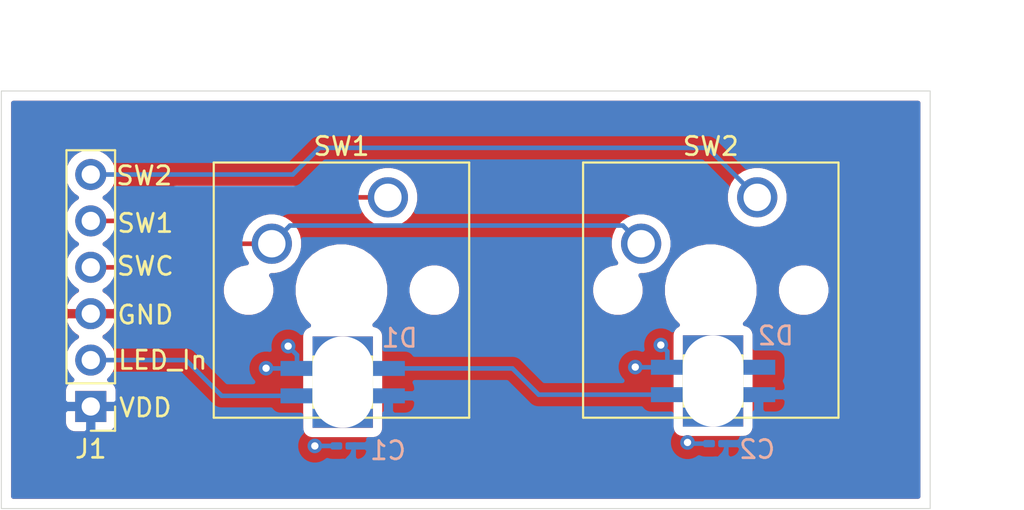
<source format=kicad_pcb>
(kicad_pcb (version 20171130) (host pcbnew 5.1.10)

  (general
    (thickness 1.6)
    (drawings 12)
    (tracks 38)
    (zones 0)
    (modules 7)
    (nets 9)
  )

  (page A4)
  (layers
    (0 F.Cu signal)
    (31 B.Cu signal)
    (32 B.Adhes user)
    (33 F.Adhes user)
    (34 B.Paste user)
    (35 F.Paste user)
    (36 B.SilkS user)
    (37 F.SilkS user)
    (38 B.Mask user)
    (39 F.Mask user)
    (40 Dwgs.User user)
    (41 Cmts.User user)
    (42 Eco1.User user)
    (43 Eco2.User user)
    (44 Edge.Cuts user)
    (45 Margin user)
    (46 B.CrtYd user)
    (47 F.CrtYd user)
    (48 B.Fab user)
    (49 F.Fab user)
  )

  (setup
    (last_trace_width 0.25)
    (trace_clearance 0.2)
    (zone_clearance 0.508)
    (zone_45_only no)
    (trace_min 0.2)
    (via_size 0.8)
    (via_drill 0.4)
    (via_min_size 0.4)
    (via_min_drill 0.3)
    (uvia_size 0.3)
    (uvia_drill 0.1)
    (uvias_allowed no)
    (uvia_min_size 0.2)
    (uvia_min_drill 0.1)
    (edge_width 0.05)
    (segment_width 0.2)
    (pcb_text_width 0.3)
    (pcb_text_size 1.5 1.5)
    (mod_edge_width 0.12)
    (mod_text_size 1 1)
    (mod_text_width 0.15)
    (pad_size 1.524 1.524)
    (pad_drill 0.762)
    (pad_to_mask_clearance 0)
    (aux_axis_origin 0 0)
    (visible_elements FFFFFF7F)
    (pcbplotparams
      (layerselection 0x010fc_ffffffff)
      (usegerberextensions false)
      (usegerberattributes true)
      (usegerberadvancedattributes true)
      (creategerberjobfile true)
      (excludeedgelayer true)
      (linewidth 0.100000)
      (plotframeref false)
      (viasonmask false)
      (mode 1)
      (useauxorigin false)
      (hpglpennumber 1)
      (hpglpenspeed 20)
      (hpglpendiameter 15.000000)
      (psnegative false)
      (psa4output false)
      (plotreference true)
      (plotvalue true)
      (plotinvisibletext false)
      (padsonsilk false)
      (subtractmaskfromsilk false)
      (outputformat 1)
      (mirror false)
      (drillshape 1)
      (scaleselection 1)
      (outputdirectory ""))
  )

  (net 0 "")
  (net 1 "Net-(D1-Pad2)")
  (net 2 "Net-(D1-Pad4)")
  (net 3 "Net-(D2-Pad2)")
  (net 4 "Net-(J1-Pad6)")
  (net 5 "Net-(J1-Pad5)")
  (net 6 "Net-(J1-Pad4)")
  (net 7 /GND)
  (net 8 /VDD)

  (net_class Default "This is the default net class."
    (clearance 0.2)
    (trace_width 0.25)
    (via_dia 0.8)
    (via_drill 0.4)
    (uvia_dia 0.3)
    (uvia_drill 0.1)
    (add_net /GND)
    (add_net /VDD)
    (add_net "Net-(D1-Pad2)")
    (add_net "Net-(D1-Pad4)")
    (add_net "Net-(D2-Pad2)")
    (add_net "Net-(J1-Pad4)")
    (add_net "Net-(J1-Pad5)")
    (add_net "Net-(J1-Pad6)")
  )

  (module Button_Switch_Keyboard:SW_Cherry_MX_1.00u_PCB (layer F.Cu) (tedit 5A02FE24) (tstamp 609855CA)
    (at 150.561 79.4815)
    (descr "Cherry MX keyswitch, 1.00u, PCB mount, http://cherryamericas.com/wp-content/uploads/2014/12/mx_cat.pdf")
    (tags "Cherry MX keyswitch 1.00u PCB")
    (path /6098287A)
    (fp_text reference SW2 (at -2.54 -2.794) (layer F.SilkS)
      (effects (font (size 1 1) (thickness 0.15)))
    )
    (fp_text value SW_Push (at -2.54 12.954) (layer F.Fab)
      (effects (font (size 1 1) (thickness 0.15)))
    )
    (fp_line (start -9.525 12.065) (end -9.525 -1.905) (layer F.SilkS) (width 0.12))
    (fp_line (start 4.445 12.065) (end -9.525 12.065) (layer F.SilkS) (width 0.12))
    (fp_line (start 4.445 -1.905) (end 4.445 12.065) (layer F.SilkS) (width 0.12))
    (fp_line (start -9.525 -1.905) (end 4.445 -1.905) (layer F.SilkS) (width 0.12))
    (fp_line (start -12.065 14.605) (end -12.065 -4.445) (layer Dwgs.User) (width 0.15))
    (fp_line (start 6.985 14.605) (end -12.065 14.605) (layer Dwgs.User) (width 0.15))
    (fp_line (start 6.985 -4.445) (end 6.985 14.605) (layer Dwgs.User) (width 0.15))
    (fp_line (start -12.065 -4.445) (end 6.985 -4.445) (layer Dwgs.User) (width 0.15))
    (fp_line (start -9.14 -1.52) (end 4.06 -1.52) (layer F.CrtYd) (width 0.05))
    (fp_line (start 4.06 -1.52) (end 4.06 11.68) (layer F.CrtYd) (width 0.05))
    (fp_line (start 4.06 11.68) (end -9.14 11.68) (layer F.CrtYd) (width 0.05))
    (fp_line (start -9.14 11.68) (end -9.14 -1.52) (layer F.CrtYd) (width 0.05))
    (fp_line (start -8.89 11.43) (end -8.89 -1.27) (layer F.Fab) (width 0.1))
    (fp_line (start 3.81 11.43) (end -8.89 11.43) (layer F.Fab) (width 0.1))
    (fp_line (start 3.81 -1.27) (end 3.81 11.43) (layer F.Fab) (width 0.1))
    (fp_line (start -8.89 -1.27) (end 3.81 -1.27) (layer F.Fab) (width 0.1))
    (fp_text user %R (at -2.54 -2.794) (layer F.Fab)
      (effects (font (size 1 1) (thickness 0.15)))
    )
    (pad "" np_thru_hole circle (at 2.54 5.08) (size 1.7 1.7) (drill 1.7) (layers *.Cu *.Mask))
    (pad "" np_thru_hole circle (at -7.62 5.08) (size 1.7 1.7) (drill 1.7) (layers *.Cu *.Mask))
    (pad "" np_thru_hole circle (at -2.54 5.08) (size 4 4) (drill 4) (layers *.Cu *.Mask))
    (pad 2 thru_hole circle (at -6.35 2.54) (size 2.2 2.2) (drill 1.5) (layers *.Cu *.Mask)
      (net 6 "Net-(J1-Pad4)"))
    (pad 1 thru_hole circle (at 0 0) (size 2.2 2.2) (drill 1.5) (layers *.Cu *.Mask)
      (net 4 "Net-(J1-Pad6)"))
    (model ${KISYS3DMOD}/Button_Switch_Keyboard.3dshapes/SW_Cherry_MX_1.00u_PCB.wrl
      (at (xyz 0 0 0))
      (scale (xyz 1 1 1))
      (rotate (xyz 0 0 0))
    )
  )

  (module Button_Switch_Keyboard:SW_Cherry_MX_1.00u_PCB (layer F.Cu) (tedit 5A02FE24) (tstamp 609855B0)
    (at 130.361 79.4815)
    (descr "Cherry MX keyswitch, 1.00u, PCB mount, http://cherryamericas.com/wp-content/uploads/2014/12/mx_cat.pdf")
    (tags "Cherry MX keyswitch 1.00u PCB")
    (path /6097FE19)
    (fp_text reference SW1 (at -2.54 -2.794) (layer F.SilkS)
      (effects (font (size 1 1) (thickness 0.15)))
    )
    (fp_text value SW_Push (at -2.54 12.954) (layer F.Fab)
      (effects (font (size 1 1) (thickness 0.15)))
    )
    (fp_line (start -9.525 12.065) (end -9.525 -1.905) (layer F.SilkS) (width 0.12))
    (fp_line (start 4.445 12.065) (end -9.525 12.065) (layer F.SilkS) (width 0.12))
    (fp_line (start 4.445 -1.905) (end 4.445 12.065) (layer F.SilkS) (width 0.12))
    (fp_line (start -9.525 -1.905) (end 4.445 -1.905) (layer F.SilkS) (width 0.12))
    (fp_line (start -12.065 14.605) (end -12.065 -4.445) (layer Dwgs.User) (width 0.15))
    (fp_line (start 6.985 14.605) (end -12.065 14.605) (layer Dwgs.User) (width 0.15))
    (fp_line (start 6.985 -4.445) (end 6.985 14.605) (layer Dwgs.User) (width 0.15))
    (fp_line (start -12.065 -4.445) (end 6.985 -4.445) (layer Dwgs.User) (width 0.15))
    (fp_line (start -9.14 -1.52) (end 4.06 -1.52) (layer F.CrtYd) (width 0.05))
    (fp_line (start 4.06 -1.52) (end 4.06 11.68) (layer F.CrtYd) (width 0.05))
    (fp_line (start 4.06 11.68) (end -9.14 11.68) (layer F.CrtYd) (width 0.05))
    (fp_line (start -9.14 11.68) (end -9.14 -1.52) (layer F.CrtYd) (width 0.05))
    (fp_line (start -8.89 11.43) (end -8.89 -1.27) (layer F.Fab) (width 0.1))
    (fp_line (start 3.81 11.43) (end -8.89 11.43) (layer F.Fab) (width 0.1))
    (fp_line (start 3.81 -1.27) (end 3.81 11.43) (layer F.Fab) (width 0.1))
    (fp_line (start -8.89 -1.27) (end 3.81 -1.27) (layer F.Fab) (width 0.1))
    (fp_text user %R (at -2.54 -2.794) (layer F.Fab)
      (effects (font (size 1 1) (thickness 0.15)))
    )
    (pad "" np_thru_hole circle (at 2.54 5.08) (size 1.7 1.7) (drill 1.7) (layers *.Cu *.Mask))
    (pad "" np_thru_hole circle (at -7.62 5.08) (size 1.7 1.7) (drill 1.7) (layers *.Cu *.Mask))
    (pad "" np_thru_hole circle (at -2.54 5.08) (size 4 4) (drill 4) (layers *.Cu *.Mask))
    (pad 2 thru_hole circle (at -6.35 2.54) (size 2.2 2.2) (drill 1.5) (layers *.Cu *.Mask)
      (net 6 "Net-(J1-Pad4)"))
    (pad 1 thru_hole circle (at 0 0) (size 2.2 2.2) (drill 1.5) (layers *.Cu *.Mask)
      (net 5 "Net-(J1-Pad5)"))
    (model ${KISYS3DMOD}/Button_Switch_Keyboard.3dshapes/SW_Cherry_MX_1.00u_PCB.wrl
      (at (xyz 0 0 0))
      (scale (xyz 1 1 1))
      (rotate (xyz 0 0 0))
    )
  )

  (module Connector_PinHeader_2.54mm:PinHeader_1x06_P2.54mm_Vertical (layer F.Cu) (tedit 59FED5CC) (tstamp 60985596)
    (at 114.1095 90.932 180)
    (descr "Through hole straight pin header, 1x06, 2.54mm pitch, single row")
    (tags "Through hole pin header THT 1x06 2.54mm single row")
    (path /609866A4)
    (fp_text reference J1 (at 0 -2.33) (layer F.SilkS)
      (effects (font (size 1 1) (thickness 0.15)))
    )
    (fp_text value Conn_01x06 (at 0 15.03) (layer F.Fab)
      (effects (font (size 1 1) (thickness 0.15)))
    )
    (fp_line (start 1.8 -1.8) (end -1.8 -1.8) (layer F.CrtYd) (width 0.05))
    (fp_line (start 1.8 14.5) (end 1.8 -1.8) (layer F.CrtYd) (width 0.05))
    (fp_line (start -1.8 14.5) (end 1.8 14.5) (layer F.CrtYd) (width 0.05))
    (fp_line (start -1.8 -1.8) (end -1.8 14.5) (layer F.CrtYd) (width 0.05))
    (fp_line (start -1.33 -1.33) (end 0 -1.33) (layer F.SilkS) (width 0.12))
    (fp_line (start -1.33 0) (end -1.33 -1.33) (layer F.SilkS) (width 0.12))
    (fp_line (start -1.33 1.27) (end 1.33 1.27) (layer F.SilkS) (width 0.12))
    (fp_line (start 1.33 1.27) (end 1.33 14.03) (layer F.SilkS) (width 0.12))
    (fp_line (start -1.33 1.27) (end -1.33 14.03) (layer F.SilkS) (width 0.12))
    (fp_line (start -1.33 14.03) (end 1.33 14.03) (layer F.SilkS) (width 0.12))
    (fp_line (start -1.27 -0.635) (end -0.635 -1.27) (layer F.Fab) (width 0.1))
    (fp_line (start -1.27 13.97) (end -1.27 -0.635) (layer F.Fab) (width 0.1))
    (fp_line (start 1.27 13.97) (end -1.27 13.97) (layer F.Fab) (width 0.1))
    (fp_line (start 1.27 -1.27) (end 1.27 13.97) (layer F.Fab) (width 0.1))
    (fp_line (start -0.635 -1.27) (end 1.27 -1.27) (layer F.Fab) (width 0.1))
    (fp_text user %R (at 0 6.35 90) (layer F.Fab)
      (effects (font (size 1 1) (thickness 0.15)))
    )
    (pad 6 thru_hole oval (at 0 12.7 180) (size 1.7 1.7) (drill 1) (layers *.Cu *.Mask)
      (net 4 "Net-(J1-Pad6)"))
    (pad 5 thru_hole oval (at 0 10.16 180) (size 1.7 1.7) (drill 1) (layers *.Cu *.Mask)
      (net 5 "Net-(J1-Pad5)"))
    (pad 4 thru_hole oval (at 0 7.62 180) (size 1.7 1.7) (drill 1) (layers *.Cu *.Mask)
      (net 6 "Net-(J1-Pad4)"))
    (pad 3 thru_hole oval (at 0 5.08 180) (size 1.7 1.7) (drill 1) (layers *.Cu *.Mask)
      (net 7 /GND))
    (pad 2 thru_hole oval (at 0 2.54 180) (size 1.7 1.7) (drill 1) (layers *.Cu *.Mask)
      (net 2 "Net-(D1-Pad4)"))
    (pad 1 thru_hole rect (at 0 0 180) (size 1.7 1.7) (drill 1) (layers *.Cu *.Mask)
      (net 8 /VDD))
    (model ${KISYS3DMOD}/Connector_PinHeader_2.54mm.3dshapes/PinHeader_1x06_P2.54mm_Vertical.wrl
      (at (xyz 0 0 0))
      (scale (xyz 1 1 1))
      (rotate (xyz 0 0 0))
    )
  )

  (module Led_poc:SK6812 (layer B.Cu) (tedit 6097F607) (tstamp 6098557C)
    (at 145.6455 89.535)
    (path /60982B8A)
    (fp_text reference D2 (at 5.929 -2.4765) (layer B.SilkS)
      (effects (font (size 1 1) (thickness 0.15)) (justify mirror))
    )
    (fp_text value WS2812B (at 2.6 -3.3) (layer B.Fab)
      (effects (font (size 1 1) (thickness 0.15)) (justify mirror))
    )
    (fp_line (start 0.9 1.4) (end 0.9 -1.4) (layer F.SilkS) (width 0.12))
    (fp_line (start 0.9 -1.4) (end 4.1 -1.4) (layer F.SilkS) (width 0.12))
    (fp_line (start 4.1 1.4) (end 4.1 -1.4) (layer F.SilkS) (width 0.12))
    (fp_line (start 0.9 1.4) (end 4.1 1.4) (layer F.SilkS) (width 0.12))
    (pad "" np_thru_hole custom (at 2.5 0) (size 3.3 5) (drill oval 3.3 5) (layers *.Cu *.Mask)
      (zone_connect 0)
      (options (clearance outline) (anchor rect))
      (primitives
      ))
    (pad 1 smd rect (at 5 0.75) (size 1.8 0.82) (layers B.Cu B.Paste B.Mask)
      (net 8 /VDD))
    (pad 2 smd rect (at 5 -0.75) (size 1.8 0.82) (layers B.Cu B.Paste B.Mask)
      (net 3 "Net-(D2-Pad2)"))
    (pad 3 smd rect (at 0 -0.75) (size 1.8 0.82) (layers B.Cu B.Paste B.Mask)
      (net 7 /GND))
    (pad 4 smd rect (at 0 0.75) (size 1.8 0.82) (layers B.Cu B.Paste B.Mask)
      (net 1 "Net-(D1-Pad2)"))
  )

  (module Led_poc:SK6812 (layer B.Cu) (tedit 6097F607) (tstamp 6098556F)
    (at 125.389 89.5985)
    (path /60980DEA)
    (fp_text reference D1 (at 5.6115 -2.413) (layer B.SilkS)
      (effects (font (size 1 1) (thickness 0.15)) (justify mirror))
    )
    (fp_text value WS2812B (at 2.6 -3.3) (layer B.Fab)
      (effects (font (size 1 1) (thickness 0.15)) (justify mirror))
    )
    (fp_line (start 0.9 1.4) (end 0.9 -1.4) (layer F.SilkS) (width 0.12))
    (fp_line (start 0.9 -1.4) (end 4.1 -1.4) (layer F.SilkS) (width 0.12))
    (fp_line (start 4.1 1.4) (end 4.1 -1.4) (layer F.SilkS) (width 0.12))
    (fp_line (start 0.9 1.4) (end 4.1 1.4) (layer F.SilkS) (width 0.12))
    (pad "" np_thru_hole custom (at 2.5 0) (size 3.3 5) (drill oval 3.3 5) (layers *.Cu *.Mask)
      (zone_connect 0)
      (options (clearance outline) (anchor rect))
      (primitives
      ))
    (pad 1 smd rect (at 5 0.75) (size 1.8 0.82) (layers B.Cu B.Paste B.Mask)
      (net 8 /VDD))
    (pad 2 smd rect (at 5 -0.75) (size 1.8 0.82) (layers B.Cu B.Paste B.Mask)
      (net 1 "Net-(D1-Pad2)"))
    (pad 3 smd rect (at 0 -0.75) (size 1.8 0.82) (layers B.Cu B.Paste B.Mask)
      (net 7 /GND))
    (pad 4 smd rect (at 0 0.75) (size 1.8 0.82) (layers B.Cu B.Paste B.Mask)
      (net 2 "Net-(D1-Pad4)"))
  )

  (module Capacitor_SMD:C_0201_0603Metric_Pad0.64x0.40mm_HandSolder (layer B.Cu) (tedit 5F6BB9E0) (tstamp 60985562)
    (at 148.336 92.964 180)
    (descr "Capacitor SMD 0201 (0603 Metric), square (rectangular) end terminal, IPC_7351 nominal with elongated pad for handsoldering. (Body size source: https://www.vishay.com/docs/20052/crcw0201e3.pdf), generated with kicad-footprint-generator")
    (tags "capacitor handsolder")
    (path /6098EFC5)
    (attr smd)
    (fp_text reference C2 (at -2.2225 -0.3175) (layer B.SilkS)
      (effects (font (size 1 1) (thickness 0.15)) (justify mirror))
    )
    (fp_text value 100nF (at 0 -1.05) (layer B.Fab)
      (effects (font (size 1 1) (thickness 0.15)) (justify mirror))
    )
    (fp_line (start 0.88 -0.35) (end -0.88 -0.35) (layer B.CrtYd) (width 0.05))
    (fp_line (start 0.88 0.35) (end 0.88 -0.35) (layer B.CrtYd) (width 0.05))
    (fp_line (start -0.88 0.35) (end 0.88 0.35) (layer B.CrtYd) (width 0.05))
    (fp_line (start -0.88 -0.35) (end -0.88 0.35) (layer B.CrtYd) (width 0.05))
    (fp_line (start 0.3 -0.15) (end -0.3 -0.15) (layer B.Fab) (width 0.1))
    (fp_line (start 0.3 0.15) (end 0.3 -0.15) (layer B.Fab) (width 0.1))
    (fp_line (start -0.3 0.15) (end 0.3 0.15) (layer B.Fab) (width 0.1))
    (fp_line (start -0.3 -0.15) (end -0.3 0.15) (layer B.Fab) (width 0.1))
    (fp_text user %R (at 0 0.68) (layer B.Fab)
      (effects (font (size 0.25 0.25) (thickness 0.04)) (justify mirror))
    )
    (pad 2 smd roundrect (at 0.4075 0 180) (size 0.635 0.4) (layers B.Cu B.Mask) (roundrect_rratio 0.25)
      (net 7 /GND))
    (pad 1 smd roundrect (at -0.4075 0 180) (size 0.635 0.4) (layers B.Cu B.Mask) (roundrect_rratio 0.25)
      (net 8 /VDD))
    (pad "" smd roundrect (at 0.4325 0 180) (size 0.458 0.36) (layers B.Paste) (roundrect_rratio 0.25))
    (pad "" smd roundrect (at -0.4325 0 180) (size 0.458 0.36) (layers B.Paste) (roundrect_rratio 0.25))
    (model ${KISYS3DMOD}/Capacitor_SMD.3dshapes/C_0201_0603Metric.wrl
      (at (xyz 0 0 0))
      (scale (xyz 1 1 1))
      (rotate (xyz 0 0 0))
    )
  )

  (module Capacitor_SMD:C_0201_0603Metric_Pad0.64x0.40mm_HandSolder (layer B.Cu) (tedit 5F6BB9E0) (tstamp 60985551)
    (at 127.9525 93.091 180)
    (descr "Capacitor SMD 0201 (0603 Metric), square (rectangular) end terminal, IPC_7351 nominal with elongated pad for handsoldering. (Body size source: https://www.vishay.com/docs/20052/crcw0201e3.pdf), generated with kicad-footprint-generator")
    (tags "capacitor handsolder")
    (path /6098EB27)
    (attr smd)
    (fp_text reference C1 (at -2.413 -0.254) (layer B.SilkS)
      (effects (font (size 1 1) (thickness 0.15)) (justify mirror))
    )
    (fp_text value 100nF (at 0.0635 -1.3335) (layer B.Fab)
      (effects (font (size 1 1) (thickness 0.15)) (justify mirror))
    )
    (fp_line (start 0.88 -0.35) (end -0.88 -0.35) (layer B.CrtYd) (width 0.05))
    (fp_line (start 0.88 0.35) (end 0.88 -0.35) (layer B.CrtYd) (width 0.05))
    (fp_line (start -0.88 0.35) (end 0.88 0.35) (layer B.CrtYd) (width 0.05))
    (fp_line (start -0.88 -0.35) (end -0.88 0.35) (layer B.CrtYd) (width 0.05))
    (fp_line (start 0.3 -0.15) (end -0.3 -0.15) (layer B.Fab) (width 0.1))
    (fp_line (start 0.3 0.15) (end 0.3 -0.15) (layer B.Fab) (width 0.1))
    (fp_line (start -0.3 0.15) (end 0.3 0.15) (layer B.Fab) (width 0.1))
    (fp_line (start -0.3 -0.15) (end -0.3 0.15) (layer B.Fab) (width 0.1))
    (fp_text user %R (at 0 0.68) (layer B.Fab)
      (effects (font (size 0.25 0.25) (thickness 0.04)) (justify mirror))
    )
    (pad 2 smd roundrect (at 0.4075 0 180) (size 0.635 0.4) (layers B.Cu B.Mask) (roundrect_rratio 0.25)
      (net 7 /GND))
    (pad 1 smd roundrect (at -0.4075 0 180) (size 0.635 0.4) (layers B.Cu B.Mask) (roundrect_rratio 0.25)
      (net 8 /VDD))
    (pad "" smd roundrect (at 0.4325 0 180) (size 0.458 0.36) (layers B.Paste) (roundrect_rratio 0.25))
    (pad "" smd roundrect (at -0.4325 0 180) (size 0.458 0.36) (layers B.Paste) (roundrect_rratio 0.25))
    (model ${KISYS3DMOD}/Capacitor_SMD.3dshapes/C_0201_0603Metric.wrl
      (at (xyz 0 0 0))
      (scale (xyz 1 1 1))
      (rotate (xyz 0 0 0))
    )
  )

  (dimension 22.86 (width 0.15) (layer F.Fab)
    (gr_text "22,860 mm" (at 163.7965 85.09 90) (layer F.Fab)
      (effects (font (size 1 1) (thickness 0.15)))
    )
    (feature1 (pts (xy 160.02 73.66) (xy 163.082921 73.66)))
    (feature2 (pts (xy 160.02 96.52) (xy 163.082921 96.52)))
    (crossbar (pts (xy 162.4965 96.52) (xy 162.4965 73.66)))
    (arrow1a (pts (xy 162.4965 73.66) (xy 163.082921 74.786504)))
    (arrow1b (pts (xy 162.4965 73.66) (xy 161.910079 74.786504)))
    (arrow2a (pts (xy 162.4965 96.52) (xy 163.082921 95.393496)))
    (arrow2b (pts (xy 162.4965 96.52) (xy 161.910079 95.393496)))
  )
  (dimension 50.8 (width 0.15) (layer F.Fab)
    (gr_text "50,800 mm" (at 134.62 69.3755) (layer F.Fab)
      (effects (font (size 1 1) (thickness 0.15)))
    )
    (feature1 (pts (xy 160.02 73.66) (xy 160.02 70.089079)))
    (feature2 (pts (xy 109.22 73.66) (xy 109.22 70.089079)))
    (crossbar (pts (xy 109.22 70.6755) (xy 160.02 70.6755)))
    (arrow1a (pts (xy 160.02 70.6755) (xy 158.893496 71.261921)))
    (arrow1b (pts (xy 160.02 70.6755) (xy 158.893496 70.089079)))
    (arrow2a (pts (xy 109.22 70.6755) (xy 110.346504 71.261921)))
    (arrow2b (pts (xy 109.22 70.6755) (xy 110.346504 70.089079)))
  )
  (gr_text VDD (at 117.094 90.9955) (layer F.SilkS)
    (effects (font (size 1 1) (thickness 0.15)))
  )
  (gr_text LED_In (at 118.0465 88.392) (layer F.SilkS)
    (effects (font (size 1 1) (thickness 0.15)))
  )
  (gr_text GND (at 117.094 85.9155) (layer F.SilkS)
    (effects (font (size 1 1) (thickness 0.15)))
  )
  (gr_text SWC (at 117.094 83.2485) (layer F.SilkS)
    (effects (font (size 1 1) (thickness 0.15)))
  )
  (gr_text SW1 (at 117.094 80.899) (layer F.SilkS)
    (effects (font (size 1 1) (thickness 0.15)))
  )
  (gr_text SW2 (at 117.0305 78.2955) (layer F.SilkS)
    (effects (font (size 1 1) (thickness 0.15)))
  )
  (gr_line (start 109.22 96.52) (end 109.22 73.66) (layer Edge.Cuts) (width 0.05) (tstamp 6098578C))
  (gr_line (start 160.02 96.52) (end 109.22 96.52) (layer Edge.Cuts) (width 0.05))
  (gr_line (start 160.02 73.66) (end 160.02 96.52) (layer Edge.Cuts) (width 0.05))
  (gr_line (start 109.22 73.66) (end 160.02 73.66) (layer Edge.Cuts) (width 0.05))

  (segment (start 130.389 88.8485) (end 137.172 88.8485) (width 0.25) (layer B.Cu) (net 1))
  (segment (start 138.6085 90.285) (end 145.6455 90.285) (width 0.25) (layer B.Cu) (net 1))
  (segment (start 137.172 88.8485) (end 138.6085 90.285) (width 0.25) (layer B.Cu) (net 1))
  (segment (start 114.1095 88.392) (end 119.3165 88.392) (width 0.25) (layer B.Cu) (net 2))
  (segment (start 121.273 90.3485) (end 125.389 90.3485) (width 0.25) (layer B.Cu) (net 2))
  (segment (start 119.3165 88.392) (end 121.273 90.3485) (width 0.25) (layer B.Cu) (net 2))
  (segment (start 114.1095 78.232) (end 125.1585 78.232) (width 0.25) (layer B.Cu) (net 4))
  (segment (start 125.1585 78.232) (end 126.619 76.7715) (width 0.25) (layer B.Cu) (net 4))
  (segment (start 147.851 76.7715) (end 150.561 79.4815) (width 0.25) (layer B.Cu) (net 4))
  (segment (start 126.619 76.7715) (end 147.851 76.7715) (width 0.25) (layer B.Cu) (net 4))
  (segment (start 114.1095 80.772) (end 117.5385 80.772) (width 0.25) (layer F.Cu) (net 5))
  (segment (start 118.829 79.4815) (end 130.361 79.4815) (width 0.25) (layer F.Cu) (net 5))
  (segment (start 117.5385 80.772) (end 118.829 79.4815) (width 0.25) (layer F.Cu) (net 5))
  (segment (start 143.2155 81.026) (end 144.211 82.0215) (width 0.25) (layer B.Cu) (net 6))
  (segment (start 125.0065 81.026) (end 143.2155 81.026) (width 0.25) (layer B.Cu) (net 6))
  (segment (start 124.011 82.0215) (end 125.0065 81.026) (width 0.25) (layer B.Cu) (net 6))
  (segment (start 114.1095 83.312) (end 118.4275 83.312) (width 0.25) (layer F.Cu) (net 6))
  (segment (start 119.718 82.0215) (end 124.011 82.0215) (width 0.25) (layer F.Cu) (net 6))
  (segment (start 118.4275 83.312) (end 119.718 82.0215) (width 0.25) (layer F.Cu) (net 6))
  (via (at 123.698 88.8365) (size 0.8) (drill 0.4) (layers F.Cu B.Cu) (net 7))
  (segment (start 123.71 88.8485) (end 123.698 88.8365) (width 0.25) (layer B.Cu) (net 7))
  (segment (start 125.389 88.8485) (end 123.71 88.8485) (width 0.25) (layer B.Cu) (net 7))
  (via (at 124.9045 87.63) (size 0.8) (drill 0.4) (layers F.Cu B.Cu) (net 7))
  (segment (start 125.389 88.1145) (end 124.9045 87.63) (width 0.25) (layer B.Cu) (net 7))
  (segment (start 125.389 88.8485) (end 125.389 88.1145) (width 0.25) (layer B.Cu) (net 7))
  (via (at 143.891 88.773) (size 0.8) (drill 0.4) (layers F.Cu B.Cu) (net 7))
  (segment (start 143.903 88.785) (end 143.891 88.773) (width 0.25) (layer B.Cu) (net 7))
  (segment (start 145.6455 88.785) (end 143.903 88.785) (width 0.25) (layer B.Cu) (net 7))
  (segment (start 145.6455 87.924) (end 145.288 87.5665) (width 0.25) (layer B.Cu) (net 7))
  (via (at 145.288 87.5665) (size 0.8) (drill 0.4) (layers F.Cu B.Cu) (net 7))
  (segment (start 145.6455 88.785) (end 145.6455 87.924) (width 0.25) (layer B.Cu) (net 7))
  (via (at 126.365 93.091) (size 0.8) (drill 0.4) (layers F.Cu B.Cu) (net 7))
  (segment (start 127.545 93.091) (end 126.365 93.091) (width 0.25) (layer B.Cu) (net 7))
  (via (at 146.7485 92.9005) (size 0.8) (drill 0.4) (layers F.Cu B.Cu) (net 7))
  (segment (start 146.812 92.964) (end 146.7485 92.9005) (width 0.25) (layer B.Cu) (net 7))
  (segment (start 147.9285 92.964) (end 146.812 92.964) (width 0.25) (layer B.Cu) (net 7))
  (segment (start 128.36 93.091) (end 129.4765 93.091) (width 0.25) (layer B.Cu) (net 8))
  (segment (start 148.7435 92.964) (end 149.9235 92.964) (width 0.25) (layer B.Cu) (net 8))

  (zone (net 8) (net_name /VDD) (layer B.Cu) (tstamp 0) (hatch edge 0.508)
    (connect_pads (clearance 0.508))
    (min_thickness 0.254)
    (fill yes (arc_segments 32) (thermal_gap 0.508) (thermal_bridge_width 0.508))
    (polygon
      (pts
        (xy 160.02 73.66) (xy 160.02 96.52) (xy 109.22 96.52) (xy 109.22 73.66)
      )
    )
    (filled_polygon
      (pts
        (xy 159.360001 95.86) (xy 109.88 95.86) (xy 109.88 91.782) (xy 112.621428 91.782) (xy 112.633688 91.906482)
        (xy 112.669998 92.02618) (xy 112.728963 92.136494) (xy 112.808315 92.233185) (xy 112.905006 92.312537) (xy 113.01532 92.371502)
        (xy 113.135018 92.407812) (xy 113.2595 92.420072) (xy 113.82375 92.417) (xy 113.9825 92.25825) (xy 113.9825 91.059)
        (xy 114.2365 91.059) (xy 114.2365 92.25825) (xy 114.39525 92.417) (xy 114.9595 92.420072) (xy 115.083982 92.407812)
        (xy 115.20368 92.371502) (xy 115.313994 92.312537) (xy 115.410685 92.233185) (xy 115.490037 92.136494) (xy 115.549002 92.02618)
        (xy 115.585312 91.906482) (xy 115.597572 91.782) (xy 115.5945 91.21775) (xy 115.43575 91.059) (xy 114.2365 91.059)
        (xy 113.9825 91.059) (xy 112.78325 91.059) (xy 112.6245 91.21775) (xy 112.621428 91.782) (xy 109.88 91.782)
        (xy 109.88 90.082) (xy 112.621428 90.082) (xy 112.6245 90.64625) (xy 112.78325 90.805) (xy 113.9825 90.805)
        (xy 113.9825 90.785) (xy 114.2365 90.785) (xy 114.2365 90.805) (xy 115.43575 90.805) (xy 115.5945 90.64625)
        (xy 115.597572 90.082) (xy 115.585312 89.957518) (xy 115.549002 89.83782) (xy 115.490037 89.727506) (xy 115.410685 89.630815)
        (xy 115.313994 89.551463) (xy 115.20368 89.492498) (xy 115.13112 89.470487) (xy 115.262975 89.338632) (xy 115.387678 89.152)
        (xy 119.001699 89.152) (xy 120.709201 90.859503) (xy 120.732999 90.888501) (xy 120.848724 90.983474) (xy 120.980753 91.054046)
        (xy 121.124014 91.097503) (xy 121.235667 91.1085) (xy 121.235677 91.1085) (xy 121.273 91.112176) (xy 121.310323 91.1085)
        (xy 123.956061 91.1085) (xy 123.958463 91.112994) (xy 124.037815 91.209685) (xy 124.134506 91.289037) (xy 124.24482 91.348002)
        (xy 124.364518 91.384312) (xy 124.489 91.396572) (xy 125.600928 91.396572) (xy 125.600928 92.0985) (xy 125.613188 92.222982)
        (xy 125.649498 92.34268) (xy 125.649537 92.342752) (xy 125.561063 92.431226) (xy 125.447795 92.600744) (xy 125.369774 92.789102)
        (xy 125.33 92.989061) (xy 125.33 93.192939) (xy 125.369774 93.392898) (xy 125.447795 93.581256) (xy 125.561063 93.750774)
        (xy 125.705226 93.894937) (xy 125.874744 94.008205) (xy 126.063102 94.086226) (xy 126.263061 94.126) (xy 126.466939 94.126)
        (xy 126.666898 94.086226) (xy 126.855256 94.008205) (xy 127.024774 93.894937) (xy 127.046409 93.873302) (xy 127.183509 93.91489)
        (xy 127.3275 93.929072) (xy 127.7625 93.929072) (xy 127.906491 93.91489) (xy 127.911113 93.913488) (xy 127.933698 93.919727)
        (xy 128.058447 93.928873) (xy 128.07425 93.926) (xy 128.233 93.76725) (xy 128.233 93.755075) (xy 128.284396 93.712896)
        (xy 128.376184 93.601051) (xy 128.44439 93.473448) (xy 128.48639 93.334991) (xy 128.487 93.328798) (xy 128.487 93.76725)
        (xy 128.64575 93.926) (xy 128.661553 93.928873) (xy 128.786302 93.919727) (xy 128.90687 93.88642) (xy 129.018624 93.830231)
        (xy 129.117268 93.75332) (xy 129.199012 93.658642) (xy 129.260715 93.549836) (xy 129.300005 93.431083) (xy 129.3125 93.32275)
        (xy 129.15375 93.164) (xy 128.500572 93.164) (xy 128.500572 93.018) (xy 129.15375 93.018) (xy 129.3125 92.85925)
        (xy 129.300005 92.750917) (xy 129.295259 92.736572) (xy 129.539 92.736572) (xy 129.663482 92.724312) (xy 129.78318 92.688002)
        (xy 129.893494 92.629037) (xy 129.990185 92.549685) (xy 130.069537 92.452994) (xy 130.128502 92.34268) (xy 130.164812 92.222982)
        (xy 130.177072 92.0985) (xy 130.177072 91.319678) (xy 130.262 91.23475) (xy 130.262 90.4755) (xy 130.516 90.4755)
        (xy 130.516 91.23475) (xy 130.67475 91.3935) (xy 131.289 91.396572) (xy 131.413482 91.384312) (xy 131.53318 91.348002)
        (xy 131.643494 91.289037) (xy 131.740185 91.209685) (xy 131.819537 91.112994) (xy 131.878502 91.00268) (xy 131.914812 90.882982)
        (xy 131.927072 90.7585) (xy 131.924 90.63425) (xy 131.76525 90.4755) (xy 130.516 90.4755) (xy 130.262 90.4755)
        (xy 130.242 90.4755) (xy 130.242 90.2215) (xy 130.262 90.2215) (xy 130.262 90.2015) (xy 130.516 90.2015)
        (xy 130.516 90.2215) (xy 131.76525 90.2215) (xy 131.924 90.06275) (xy 131.927072 89.9385) (xy 131.914812 89.814018)
        (xy 131.878502 89.69432) (xy 131.83263 89.6085) (xy 136.857199 89.6085) (xy 138.044701 90.796003) (xy 138.068499 90.825001)
        (xy 138.184224 90.919974) (xy 138.316253 90.990546) (xy 138.459514 91.034003) (xy 138.571167 91.045) (xy 138.571175 91.045)
        (xy 138.6085 91.048676) (xy 138.645825 91.045) (xy 144.212561 91.045) (xy 144.214963 91.049494) (xy 144.294315 91.146185)
        (xy 144.391006 91.225537) (xy 144.50132 91.284502) (xy 144.621018 91.320812) (xy 144.7455 91.333072) (xy 145.857428 91.333072)
        (xy 145.857428 92.035) (xy 145.869688 92.159482) (xy 145.905998 92.27918) (xy 145.911718 92.289882) (xy 145.831295 92.410244)
        (xy 145.753274 92.598602) (xy 145.7135 92.798561) (xy 145.7135 93.002439) (xy 145.753274 93.202398) (xy 145.831295 93.390756)
        (xy 145.944563 93.560274) (xy 146.088726 93.704437) (xy 146.258244 93.817705) (xy 146.446602 93.895726) (xy 146.646561 93.9355)
        (xy 146.850439 93.9355) (xy 147.050398 93.895726) (xy 147.238756 93.817705) (xy 147.378996 93.724) (xy 147.387599 93.724)
        (xy 147.428552 93.74589) (xy 147.567009 93.78789) (xy 147.711 93.802072) (xy 148.146 93.802072) (xy 148.289991 93.78789)
        (xy 148.294613 93.786488) (xy 148.317198 93.792727) (xy 148.441947 93.801873) (xy 148.45775 93.799) (xy 148.6165 93.64025)
        (xy 148.6165 93.628075) (xy 148.667896 93.585896) (xy 148.759684 93.474051) (xy 148.82789 93.346448) (xy 148.86989 93.207991)
        (xy 148.8705 93.201798) (xy 148.8705 93.64025) (xy 149.02925 93.799) (xy 149.045053 93.801873) (xy 149.169802 93.792727)
        (xy 149.29037 93.75942) (xy 149.402124 93.703231) (xy 149.500768 93.62632) (xy 149.582512 93.531642) (xy 149.644215 93.422836)
        (xy 149.683505 93.304083) (xy 149.696 93.19575) (xy 149.53725 93.037) (xy 148.884072 93.037) (xy 148.884072 92.891)
        (xy 149.53725 92.891) (xy 149.696 92.73225) (xy 149.689174 92.673072) (xy 149.7955 92.673072) (xy 149.919982 92.660812)
        (xy 150.03968 92.624502) (xy 150.149994 92.565537) (xy 150.246685 92.486185) (xy 150.326037 92.389494) (xy 150.385002 92.27918)
        (xy 150.421312 92.159482) (xy 150.433572 92.035) (xy 150.433572 91.256178) (xy 150.5185 91.17125) (xy 150.5185 90.412)
        (xy 150.7725 90.412) (xy 150.7725 91.17125) (xy 150.93125 91.33) (xy 151.5455 91.333072) (xy 151.669982 91.320812)
        (xy 151.78968 91.284502) (xy 151.899994 91.225537) (xy 151.996685 91.146185) (xy 152.076037 91.049494) (xy 152.135002 90.93918)
        (xy 152.171312 90.819482) (xy 152.183572 90.695) (xy 152.1805 90.57075) (xy 152.02175 90.412) (xy 150.7725 90.412)
        (xy 150.5185 90.412) (xy 150.4985 90.412) (xy 150.4985 90.158) (xy 150.5185 90.158) (xy 150.5185 90.138)
        (xy 150.7725 90.138) (xy 150.7725 90.158) (xy 152.02175 90.158) (xy 152.1805 89.99925) (xy 152.183572 89.875)
        (xy 152.171312 89.750518) (xy 152.135002 89.63082) (xy 152.083784 89.535) (xy 152.135002 89.43918) (xy 152.171312 89.319482)
        (xy 152.183572 89.195) (xy 152.183572 88.375) (xy 152.171312 88.250518) (xy 152.135002 88.13082) (xy 152.076037 88.020506)
        (xy 151.996685 87.923815) (xy 151.899994 87.844463) (xy 151.78968 87.785498) (xy 151.669982 87.749188) (xy 151.5455 87.736928)
        (xy 150.433572 87.736928) (xy 150.433572 87.035) (xy 150.421312 86.910518) (xy 150.385002 86.79082) (xy 150.326037 86.680506)
        (xy 150.246685 86.583815) (xy 150.149994 86.504463) (xy 150.03968 86.445498) (xy 149.919982 86.409188) (xy 149.901578 86.407375)
        (xy 150.067738 86.241215) (xy 150.356107 85.809641) (xy 150.554739 85.330101) (xy 150.656 84.821025) (xy 150.656 84.41524)
        (xy 151.616 84.41524) (xy 151.616 84.70776) (xy 151.673068 84.994658) (xy 151.78501 85.264911) (xy 151.947525 85.508132)
        (xy 152.154368 85.714975) (xy 152.397589 85.87749) (xy 152.667842 85.989432) (xy 152.95474 86.0465) (xy 153.24726 86.0465)
        (xy 153.534158 85.989432) (xy 153.804411 85.87749) (xy 154.047632 85.714975) (xy 154.254475 85.508132) (xy 154.41699 85.264911)
        (xy 154.528932 84.994658) (xy 154.586 84.70776) (xy 154.586 84.41524) (xy 154.528932 84.128342) (xy 154.41699 83.858089)
        (xy 154.254475 83.614868) (xy 154.047632 83.408025) (xy 153.804411 83.24551) (xy 153.534158 83.133568) (xy 153.24726 83.0765)
        (xy 152.95474 83.0765) (xy 152.667842 83.133568) (xy 152.397589 83.24551) (xy 152.154368 83.408025) (xy 151.947525 83.614868)
        (xy 151.78501 83.858089) (xy 151.673068 84.128342) (xy 151.616 84.41524) (xy 150.656 84.41524) (xy 150.656 84.301975)
        (xy 150.554739 83.792899) (xy 150.356107 83.313359) (xy 150.067738 82.881785) (xy 149.700715 82.514762) (xy 149.269141 82.226393)
        (xy 148.789601 82.027761) (xy 148.280525 81.9265) (xy 147.761475 81.9265) (xy 147.252399 82.027761) (xy 146.772859 82.226393)
        (xy 146.341285 82.514762) (xy 145.974262 82.881785) (xy 145.685893 83.313359) (xy 145.487261 83.792899) (xy 145.386 84.301975)
        (xy 145.386 84.821025) (xy 145.487261 85.330101) (xy 145.685893 85.809641) (xy 145.974262 86.241215) (xy 146.203895 86.470848)
        (xy 146.141006 86.504463) (xy 146.044315 86.583815) (xy 145.964963 86.680506) (xy 145.928121 86.749431) (xy 145.778256 86.649295)
        (xy 145.589898 86.571274) (xy 145.389939 86.5315) (xy 145.186061 86.5315) (xy 144.986102 86.571274) (xy 144.797744 86.649295)
        (xy 144.628226 86.762563) (xy 144.484063 86.906726) (xy 144.370795 87.076244) (xy 144.292774 87.264602) (xy 144.253 87.464561)
        (xy 144.253 87.668439) (xy 144.282097 87.814722) (xy 144.192898 87.777774) (xy 143.992939 87.738) (xy 143.789061 87.738)
        (xy 143.589102 87.777774) (xy 143.400744 87.855795) (xy 143.231226 87.969063) (xy 143.087063 88.113226) (xy 142.973795 88.282744)
        (xy 142.895774 88.471102) (xy 142.856 88.671061) (xy 142.856 88.874939) (xy 142.895774 89.074898) (xy 142.973795 89.263256)
        (xy 143.087063 89.432774) (xy 143.179289 89.525) (xy 138.923302 89.525) (xy 137.735804 88.337503) (xy 137.712001 88.308499)
        (xy 137.596276 88.213526) (xy 137.464247 88.142954) (xy 137.320986 88.099497) (xy 137.209333 88.0885) (xy 137.209322 88.0885)
        (xy 137.172 88.084824) (xy 137.134678 88.0885) (xy 131.821939 88.0885) (xy 131.819537 88.084006) (xy 131.740185 87.987315)
        (xy 131.643494 87.907963) (xy 131.53318 87.848998) (xy 131.413482 87.812688) (xy 131.289 87.800428) (xy 130.177072 87.800428)
        (xy 130.177072 87.0985) (xy 130.164812 86.974018) (xy 130.128502 86.85432) (xy 130.069537 86.744006) (xy 129.990185 86.647315)
        (xy 129.893494 86.567963) (xy 129.78318 86.508998) (xy 129.663482 86.472688) (xy 129.638705 86.470248) (xy 129.867738 86.241215)
        (xy 130.156107 85.809641) (xy 130.354739 85.330101) (xy 130.456 84.821025) (xy 130.456 84.41524) (xy 131.416 84.41524)
        (xy 131.416 84.70776) (xy 131.473068 84.994658) (xy 131.58501 85.264911) (xy 131.747525 85.508132) (xy 131.954368 85.714975)
        (xy 132.197589 85.87749) (xy 132.467842 85.989432) (xy 132.75474 86.0465) (xy 133.04726 86.0465) (xy 133.334158 85.989432)
        (xy 133.604411 85.87749) (xy 133.847632 85.714975) (xy 134.054475 85.508132) (xy 134.21699 85.264911) (xy 134.328932 84.994658)
        (xy 134.386 84.70776) (xy 134.386 84.41524) (xy 134.328932 84.128342) (xy 134.21699 83.858089) (xy 134.054475 83.614868)
        (xy 133.847632 83.408025) (xy 133.604411 83.24551) (xy 133.334158 83.133568) (xy 133.04726 83.0765) (xy 132.75474 83.0765)
        (xy 132.467842 83.133568) (xy 132.197589 83.24551) (xy 131.954368 83.408025) (xy 131.747525 83.614868) (xy 131.58501 83.858089)
        (xy 131.473068 84.128342) (xy 131.416 84.41524) (xy 130.456 84.41524) (xy 130.456 84.301975) (xy 130.354739 83.792899)
        (xy 130.156107 83.313359) (xy 129.867738 82.881785) (xy 129.500715 82.514762) (xy 129.069141 82.226393) (xy 128.589601 82.027761)
        (xy 128.080525 81.9265) (xy 127.561475 81.9265) (xy 127.052399 82.027761) (xy 126.572859 82.226393) (xy 126.141285 82.514762)
        (xy 125.774262 82.881785) (xy 125.485893 83.313359) (xy 125.287261 83.792899) (xy 125.186 84.301975) (xy 125.186 84.821025)
        (xy 125.287261 85.330101) (xy 125.485893 85.809641) (xy 125.774262 86.241215) (xy 126.031054 86.498007) (xy 125.99482 86.508998)
        (xy 125.884506 86.567963) (xy 125.787815 86.647315) (xy 125.708463 86.744006) (xy 125.649498 86.85432) (xy 125.636239 86.898028)
        (xy 125.564274 86.826063) (xy 125.394756 86.712795) (xy 125.206398 86.634774) (xy 125.006439 86.595) (xy 124.802561 86.595)
        (xy 124.602602 86.634774) (xy 124.414244 86.712795) (xy 124.244726 86.826063) (xy 124.100563 86.970226) (xy 123.987295 87.139744)
        (xy 123.909274 87.328102) (xy 123.8695 87.528061) (xy 123.8695 87.731939) (xy 123.886772 87.818772) (xy 123.799939 87.8015)
        (xy 123.596061 87.8015) (xy 123.396102 87.841274) (xy 123.207744 87.919295) (xy 123.038226 88.032563) (xy 122.894063 88.176726)
        (xy 122.780795 88.346244) (xy 122.702774 88.534602) (xy 122.663 88.734561) (xy 122.663 88.938439) (xy 122.702774 89.138398)
        (xy 122.780795 89.326756) (xy 122.894063 89.496274) (xy 122.986289 89.5885) (xy 121.587802 89.5885) (xy 119.880304 87.881003)
        (xy 119.856501 87.851999) (xy 119.740776 87.757026) (xy 119.608747 87.686454) (xy 119.465486 87.642997) (xy 119.353833 87.632)
        (xy 119.353822 87.632) (xy 119.3165 87.628324) (xy 119.279178 87.632) (xy 115.387678 87.632) (xy 115.262975 87.445368)
        (xy 115.056132 87.238525) (xy 114.88174 87.122) (xy 115.056132 87.005475) (xy 115.262975 86.798632) (xy 115.42549 86.555411)
        (xy 115.537432 86.285158) (xy 115.5945 85.99826) (xy 115.5945 85.70574) (xy 115.537432 85.418842) (xy 115.42549 85.148589)
        (xy 115.262975 84.905368) (xy 115.056132 84.698525) (xy 114.88174 84.582) (xy 115.056132 84.465475) (xy 115.106367 84.41524)
        (xy 121.256 84.41524) (xy 121.256 84.70776) (xy 121.313068 84.994658) (xy 121.42501 85.264911) (xy 121.587525 85.508132)
        (xy 121.794368 85.714975) (xy 122.037589 85.87749) (xy 122.307842 85.989432) (xy 122.59474 86.0465) (xy 122.88726 86.0465)
        (xy 123.174158 85.989432) (xy 123.444411 85.87749) (xy 123.687632 85.714975) (xy 123.894475 85.508132) (xy 124.05699 85.264911)
        (xy 124.168932 84.994658) (xy 124.226 84.70776) (xy 124.226 84.41524) (xy 124.168932 84.128342) (xy 124.05699 83.858089)
        (xy 123.98911 83.7565) (xy 124.181883 83.7565) (xy 124.517081 83.689825) (xy 124.832831 83.559037) (xy 125.116998 83.369163)
        (xy 125.358663 83.127498) (xy 125.548537 82.843331) (xy 125.679325 82.527581) (xy 125.746 82.192383) (xy 125.746 81.850617)
        (xy 125.733147 81.786) (xy 142.488853 81.786) (xy 142.476 81.850617) (xy 142.476 82.192383) (xy 142.542675 82.527581)
        (xy 142.673463 82.843331) (xy 142.829261 83.0765) (xy 142.79474 83.0765) (xy 142.507842 83.133568) (xy 142.237589 83.24551)
        (xy 141.994368 83.408025) (xy 141.787525 83.614868) (xy 141.62501 83.858089) (xy 141.513068 84.128342) (xy 141.456 84.41524)
        (xy 141.456 84.70776) (xy 141.513068 84.994658) (xy 141.62501 85.264911) (xy 141.787525 85.508132) (xy 141.994368 85.714975)
        (xy 142.237589 85.87749) (xy 142.507842 85.989432) (xy 142.79474 86.0465) (xy 143.08726 86.0465) (xy 143.374158 85.989432)
        (xy 143.644411 85.87749) (xy 143.887632 85.714975) (xy 144.094475 85.508132) (xy 144.25699 85.264911) (xy 144.368932 84.994658)
        (xy 144.426 84.70776) (xy 144.426 84.41524) (xy 144.368932 84.128342) (xy 144.25699 83.858089) (xy 144.18911 83.7565)
        (xy 144.381883 83.7565) (xy 144.717081 83.689825) (xy 145.032831 83.559037) (xy 145.316998 83.369163) (xy 145.558663 83.127498)
        (xy 145.748537 82.843331) (xy 145.879325 82.527581) (xy 145.946 82.192383) (xy 145.946 81.850617) (xy 145.879325 81.515419)
        (xy 145.748537 81.199669) (xy 145.558663 80.915502) (xy 145.316998 80.673837) (xy 145.032831 80.483963) (xy 144.717081 80.353175)
        (xy 144.381883 80.2865) (xy 144.040117 80.2865) (xy 143.704919 80.353175) (xy 143.628321 80.384903) (xy 143.507747 80.320454)
        (xy 143.364486 80.276997) (xy 143.252833 80.266) (xy 143.252822 80.266) (xy 143.2155 80.262324) (xy 143.178178 80.266)
        (xy 131.914 80.266) (xy 132.029325 79.987581) (xy 132.096 79.652383) (xy 132.096 79.310617) (xy 132.029325 78.975419)
        (xy 131.898537 78.659669) (xy 131.708663 78.375502) (xy 131.466998 78.133837) (xy 131.182831 77.943963) (xy 130.867081 77.813175)
        (xy 130.531883 77.7465) (xy 130.190117 77.7465) (xy 129.854919 77.813175) (xy 129.539169 77.943963) (xy 129.255002 78.133837)
        (xy 129.013337 78.375502) (xy 128.823463 78.659669) (xy 128.692675 78.975419) (xy 128.626 79.310617) (xy 128.626 79.652383)
        (xy 128.692675 79.987581) (xy 128.808 80.266) (xy 125.043833 80.266) (xy 125.0065 80.262323) (xy 124.969167 80.266)
        (xy 124.857514 80.276997) (xy 124.714253 80.320454) (xy 124.593679 80.384903) (xy 124.517081 80.353175) (xy 124.181883 80.2865)
        (xy 123.840117 80.2865) (xy 123.504919 80.353175) (xy 123.189169 80.483963) (xy 122.905002 80.673837) (xy 122.663337 80.915502)
        (xy 122.473463 81.199669) (xy 122.342675 81.515419) (xy 122.276 81.850617) (xy 122.276 82.192383) (xy 122.342675 82.527581)
        (xy 122.473463 82.843331) (xy 122.629261 83.0765) (xy 122.59474 83.0765) (xy 122.307842 83.133568) (xy 122.037589 83.24551)
        (xy 121.794368 83.408025) (xy 121.587525 83.614868) (xy 121.42501 83.858089) (xy 121.313068 84.128342) (xy 121.256 84.41524)
        (xy 115.106367 84.41524) (xy 115.262975 84.258632) (xy 115.42549 84.015411) (xy 115.537432 83.745158) (xy 115.5945 83.45826)
        (xy 115.5945 83.16574) (xy 115.537432 82.878842) (xy 115.42549 82.608589) (xy 115.262975 82.365368) (xy 115.056132 82.158525)
        (xy 114.88174 82.042) (xy 115.056132 81.925475) (xy 115.262975 81.718632) (xy 115.42549 81.475411) (xy 115.537432 81.205158)
        (xy 115.5945 80.91826) (xy 115.5945 80.62574) (xy 115.537432 80.338842) (xy 115.42549 80.068589) (xy 115.262975 79.825368)
        (xy 115.056132 79.618525) (xy 114.88174 79.502) (xy 115.056132 79.385475) (xy 115.262975 79.178632) (xy 115.387678 78.992)
        (xy 125.121178 78.992) (xy 125.1585 78.995676) (xy 125.195822 78.992) (xy 125.195833 78.992) (xy 125.307486 78.981003)
        (xy 125.450747 78.937546) (xy 125.582776 78.866974) (xy 125.698501 78.772001) (xy 125.722304 78.742997) (xy 126.933802 77.5315)
        (xy 147.536199 77.5315) (xy 148.918286 78.913588) (xy 148.892675 78.975419) (xy 148.826 79.310617) (xy 148.826 79.652383)
        (xy 148.892675 79.987581) (xy 149.023463 80.303331) (xy 149.213337 80.587498) (xy 149.455002 80.829163) (xy 149.739169 81.019037)
        (xy 150.054919 81.149825) (xy 150.390117 81.2165) (xy 150.731883 81.2165) (xy 151.067081 81.149825) (xy 151.382831 81.019037)
        (xy 151.666998 80.829163) (xy 151.908663 80.587498) (xy 152.098537 80.303331) (xy 152.229325 79.987581) (xy 152.296 79.652383)
        (xy 152.296 79.310617) (xy 152.229325 78.975419) (xy 152.098537 78.659669) (xy 151.908663 78.375502) (xy 151.666998 78.133837)
        (xy 151.382831 77.943963) (xy 151.067081 77.813175) (xy 150.731883 77.7465) (xy 150.390117 77.7465) (xy 150.054919 77.813175)
        (xy 149.993088 77.838786) (xy 148.414804 76.260503) (xy 148.391001 76.231499) (xy 148.275276 76.136526) (xy 148.143247 76.065954)
        (xy 147.999986 76.022497) (xy 147.888333 76.0115) (xy 147.888322 76.0115) (xy 147.851 76.007824) (xy 147.813678 76.0115)
        (xy 126.656323 76.0115) (xy 126.619 76.007824) (xy 126.581677 76.0115) (xy 126.581667 76.0115) (xy 126.470014 76.022497)
        (xy 126.326753 76.065954) (xy 126.194723 76.136526) (xy 126.111083 76.205168) (xy 126.078999 76.231499) (xy 126.055201 76.260497)
        (xy 124.843699 77.472) (xy 115.387678 77.472) (xy 115.262975 77.285368) (xy 115.056132 77.078525) (xy 114.812911 76.91601)
        (xy 114.542658 76.804068) (xy 114.25576 76.747) (xy 113.96324 76.747) (xy 113.676342 76.804068) (xy 113.406089 76.91601)
        (xy 113.162868 77.078525) (xy 112.956025 77.285368) (xy 112.79351 77.528589) (xy 112.681568 77.798842) (xy 112.6245 78.08574)
        (xy 112.6245 78.37826) (xy 112.681568 78.665158) (xy 112.79351 78.935411) (xy 112.956025 79.178632) (xy 113.162868 79.385475)
        (xy 113.33726 79.502) (xy 113.162868 79.618525) (xy 112.956025 79.825368) (xy 112.79351 80.068589) (xy 112.681568 80.338842)
        (xy 112.6245 80.62574) (xy 112.6245 80.91826) (xy 112.681568 81.205158) (xy 112.79351 81.475411) (xy 112.956025 81.718632)
        (xy 113.162868 81.925475) (xy 113.33726 82.042) (xy 113.162868 82.158525) (xy 112.956025 82.365368) (xy 112.79351 82.608589)
        (xy 112.681568 82.878842) (xy 112.6245 83.16574) (xy 112.6245 83.45826) (xy 112.681568 83.745158) (xy 112.79351 84.015411)
        (xy 112.956025 84.258632) (xy 113.162868 84.465475) (xy 113.33726 84.582) (xy 113.162868 84.698525) (xy 112.956025 84.905368)
        (xy 112.79351 85.148589) (xy 112.681568 85.418842) (xy 112.6245 85.70574) (xy 112.6245 85.99826) (xy 112.681568 86.285158)
        (xy 112.79351 86.555411) (xy 112.956025 86.798632) (xy 113.162868 87.005475) (xy 113.33726 87.122) (xy 113.162868 87.238525)
        (xy 112.956025 87.445368) (xy 112.79351 87.688589) (xy 112.681568 87.958842) (xy 112.6245 88.24574) (xy 112.6245 88.53826)
        (xy 112.681568 88.825158) (xy 112.79351 89.095411) (xy 112.956025 89.338632) (xy 113.08788 89.470487) (xy 113.01532 89.492498)
        (xy 112.905006 89.551463) (xy 112.808315 89.630815) (xy 112.728963 89.727506) (xy 112.669998 89.83782) (xy 112.633688 89.957518)
        (xy 112.621428 90.082) (xy 109.88 90.082) (xy 109.88 74.32) (xy 159.36 74.32)
      )
    )
  )
  (zone (net 7) (net_name /GND) (layer F.Cu) (tstamp 0) (hatch edge 0.508)
    (connect_pads (clearance 0.508))
    (min_thickness 0.254)
    (fill yes (arc_segments 32) (thermal_gap 0.508) (thermal_bridge_width 0.508))
    (polygon
      (pts
        (xy 160.02 96.52) (xy 109.22 96.52) (xy 109.22 73.66) (xy 160.02 73.66)
      )
    )
    (filled_polygon
      (pts
        (xy 159.360001 95.86) (xy 109.88 95.86) (xy 109.88 90.082) (xy 112.621428 90.082) (xy 112.621428 91.782)
        (xy 112.633688 91.906482) (xy 112.669998 92.02618) (xy 112.728963 92.136494) (xy 112.808315 92.233185) (xy 112.905006 92.312537)
        (xy 113.01532 92.371502) (xy 113.135018 92.407812) (xy 113.2595 92.420072) (xy 114.9595 92.420072) (xy 115.083982 92.407812)
        (xy 115.20368 92.371502) (xy 115.313994 92.312537) (xy 115.410685 92.233185) (xy 115.490037 92.136494) (xy 115.549002 92.02618)
        (xy 115.585312 91.906482) (xy 115.597572 91.782) (xy 115.597572 90.082) (xy 115.585312 89.957518) (xy 115.549002 89.83782)
        (xy 115.490037 89.727506) (xy 115.410685 89.630815) (xy 115.313994 89.551463) (xy 115.20368 89.492498) (xy 115.13112 89.470487)
        (xy 115.262975 89.338632) (xy 115.42549 89.095411) (xy 115.537432 88.825158) (xy 115.5945 88.53826) (xy 115.5945 88.24574)
        (xy 115.537432 87.958842) (xy 115.42549 87.688589) (xy 115.262975 87.445368) (xy 115.056132 87.238525) (xy 114.873966 87.116805)
        (xy 114.990855 87.047178) (xy 115.207088 86.852269) (xy 115.381141 86.61892) (xy 115.506325 86.356099) (xy 115.550976 86.20889)
        (xy 115.429655 85.979) (xy 114.2365 85.979) (xy 114.2365 85.999) (xy 113.9825 85.999) (xy 113.9825 85.979)
        (xy 112.789345 85.979) (xy 112.668024 86.20889) (xy 112.712675 86.356099) (xy 112.837859 86.61892) (xy 113.011912 86.852269)
        (xy 113.228145 87.047178) (xy 113.345034 87.116805) (xy 113.162868 87.238525) (xy 112.956025 87.445368) (xy 112.79351 87.688589)
        (xy 112.681568 87.958842) (xy 112.6245 88.24574) (xy 112.6245 88.53826) (xy 112.681568 88.825158) (xy 112.79351 89.095411)
        (xy 112.956025 89.338632) (xy 113.08788 89.470487) (xy 113.01532 89.492498) (xy 112.905006 89.551463) (xy 112.808315 89.630815)
        (xy 112.728963 89.727506) (xy 112.669998 89.83782) (xy 112.633688 89.957518) (xy 112.621428 90.082) (xy 109.88 90.082)
        (xy 109.88 78.08574) (xy 112.6245 78.08574) (xy 112.6245 78.37826) (xy 112.681568 78.665158) (xy 112.79351 78.935411)
        (xy 112.956025 79.178632) (xy 113.162868 79.385475) (xy 113.33726 79.502) (xy 113.162868 79.618525) (xy 112.956025 79.825368)
        (xy 112.79351 80.068589) (xy 112.681568 80.338842) (xy 112.6245 80.62574) (xy 112.6245 80.91826) (xy 112.681568 81.205158)
        (xy 112.79351 81.475411) (xy 112.956025 81.718632) (xy 113.162868 81.925475) (xy 113.33726 82.042) (xy 113.162868 82.158525)
        (xy 112.956025 82.365368) (xy 112.79351 82.608589) (xy 112.681568 82.878842) (xy 112.6245 83.16574) (xy 112.6245 83.45826)
        (xy 112.681568 83.745158) (xy 112.79351 84.015411) (xy 112.956025 84.258632) (xy 113.162868 84.465475) (xy 113.345034 84.587195)
        (xy 113.228145 84.656822) (xy 113.011912 84.851731) (xy 112.837859 85.08508) (xy 112.712675 85.347901) (xy 112.668024 85.49511)
        (xy 112.789345 85.725) (xy 113.9825 85.725) (xy 113.9825 85.705) (xy 114.2365 85.705) (xy 114.2365 85.725)
        (xy 115.429655 85.725) (xy 115.550976 85.49511) (xy 115.506325 85.347901) (xy 115.381141 85.08508) (xy 115.207088 84.851731)
        (xy 114.990855 84.656822) (xy 114.873966 84.587195) (xy 115.056132 84.465475) (xy 115.262975 84.258632) (xy 115.387678 84.072)
        (xy 118.390178 84.072) (xy 118.4275 84.075676) (xy 118.464822 84.072) (xy 118.464833 84.072) (xy 118.576486 84.061003)
        (xy 118.719747 84.017546) (xy 118.851776 83.946974) (xy 118.967501 83.852001) (xy 118.991304 83.822997) (xy 120.032802 82.7815)
        (xy 122.447852 82.7815) (xy 122.473463 82.843331) (xy 122.629261 83.0765) (xy 122.59474 83.0765) (xy 122.307842 83.133568)
        (xy 122.037589 83.24551) (xy 121.794368 83.408025) (xy 121.587525 83.614868) (xy 121.42501 83.858089) (xy 121.313068 84.128342)
        (xy 121.256 84.41524) (xy 121.256 84.70776) (xy 121.313068 84.994658) (xy 121.42501 85.264911) (xy 121.587525 85.508132)
        (xy 121.794368 85.714975) (xy 122.037589 85.87749) (xy 122.307842 85.989432) (xy 122.59474 86.0465) (xy 122.88726 86.0465)
        (xy 123.174158 85.989432) (xy 123.444411 85.87749) (xy 123.687632 85.714975) (xy 123.894475 85.508132) (xy 124.05699 85.264911)
        (xy 124.168932 84.994658) (xy 124.226 84.70776) (xy 124.226 84.41524) (xy 124.203471 84.301975) (xy 125.186 84.301975)
        (xy 125.186 84.821025) (xy 125.287261 85.330101) (xy 125.485893 85.809641) (xy 125.774262 86.241215) (xy 126.031054 86.498007)
        (xy 125.99482 86.508998) (xy 125.884506 86.567963) (xy 125.787815 86.647315) (xy 125.708463 86.744006) (xy 125.649498 86.85432)
        (xy 125.613188 86.974018) (xy 125.600928 87.0985) (xy 125.600928 92.0985) (xy 125.613188 92.222982) (xy 125.649498 92.34268)
        (xy 125.708463 92.452994) (xy 125.787815 92.549685) (xy 125.884506 92.629037) (xy 125.99482 92.688002) (xy 126.114518 92.724312)
        (xy 126.239 92.736572) (xy 129.539 92.736572) (xy 129.663482 92.724312) (xy 129.78318 92.688002) (xy 129.893494 92.629037)
        (xy 129.990185 92.549685) (xy 130.069537 92.452994) (xy 130.128502 92.34268) (xy 130.164812 92.222982) (xy 130.177072 92.0985)
        (xy 130.177072 87.0985) (xy 130.164812 86.974018) (xy 130.128502 86.85432) (xy 130.069537 86.744006) (xy 129.990185 86.647315)
        (xy 129.893494 86.567963) (xy 129.78318 86.508998) (xy 129.663482 86.472688) (xy 129.638705 86.470248) (xy 129.867738 86.241215)
        (xy 130.156107 85.809641) (xy 130.354739 85.330101) (xy 130.456 84.821025) (xy 130.456 84.41524) (xy 131.416 84.41524)
        (xy 131.416 84.70776) (xy 131.473068 84.994658) (xy 131.58501 85.264911) (xy 131.747525 85.508132) (xy 131.954368 85.714975)
        (xy 132.197589 85.87749) (xy 132.467842 85.989432) (xy 132.75474 86.0465) (xy 133.04726 86.0465) (xy 133.334158 85.989432)
        (xy 133.604411 85.87749) (xy 133.847632 85.714975) (xy 134.054475 85.508132) (xy 134.21699 85.264911) (xy 134.328932 84.994658)
        (xy 134.386 84.70776) (xy 134.386 84.41524) (xy 141.456 84.41524) (xy 141.456 84.70776) (xy 141.513068 84.994658)
        (xy 141.62501 85.264911) (xy 141.787525 85.508132) (xy 141.994368 85.714975) (xy 142.237589 85.87749) (xy 142.507842 85.989432)
        (xy 142.79474 86.0465) (xy 143.08726 86.0465) (xy 143.374158 85.989432) (xy 143.644411 85.87749) (xy 143.887632 85.714975)
        (xy 144.094475 85.508132) (xy 144.25699 85.264911) (xy 144.368932 84.994658) (xy 144.426 84.70776) (xy 144.426 84.41524)
        (xy 144.403471 84.301975) (xy 145.386 84.301975) (xy 145.386 84.821025) (xy 145.487261 85.330101) (xy 145.685893 85.809641)
        (xy 145.974262 86.241215) (xy 146.203895 86.470848) (xy 146.141006 86.504463) (xy 146.044315 86.583815) (xy 145.964963 86.680506)
        (xy 145.905998 86.79082) (xy 145.869688 86.910518) (xy 145.857428 87.035) (xy 145.857428 92.035) (xy 145.869688 92.159482)
        (xy 145.905998 92.27918) (xy 145.964963 92.389494) (xy 146.044315 92.486185) (xy 146.141006 92.565537) (xy 146.25132 92.624502)
        (xy 146.371018 92.660812) (xy 146.4955 92.673072) (xy 149.7955 92.673072) (xy 149.919982 92.660812) (xy 150.03968 92.624502)
        (xy 150.149994 92.565537) (xy 150.246685 92.486185) (xy 150.326037 92.389494) (xy 150.385002 92.27918) (xy 150.421312 92.159482)
        (xy 150.433572 92.035) (xy 150.433572 87.035) (xy 150.421312 86.910518) (xy 150.385002 86.79082) (xy 150.326037 86.680506)
        (xy 150.246685 86.583815) (xy 150.149994 86.504463) (xy 150.03968 86.445498) (xy 149.919982 86.409188) (xy 149.901578 86.407375)
        (xy 150.067738 86.241215) (xy 150.356107 85.809641) (xy 150.554739 85.330101) (xy 150.656 84.821025) (xy 150.656 84.41524)
        (xy 151.616 84.41524) (xy 151.616 84.70776) (xy 151.673068 84.994658) (xy 151.78501 85.264911) (xy 151.947525 85.508132)
        (xy 152.154368 85.714975) (xy 152.397589 85.87749) (xy 152.667842 85.989432) (xy 152.95474 86.0465) (xy 153.24726 86.0465)
        (xy 153.534158 85.989432) (xy 153.804411 85.87749) (xy 154.047632 85.714975) (xy 154.254475 85.508132) (xy 154.41699 85.264911)
        (xy 154.528932 84.994658) (xy 154.586 84.70776) (xy 154.586 84.41524) (xy 154.528932 84.128342) (xy 154.41699 83.858089)
        (xy 154.254475 83.614868) (xy 154.047632 83.408025) (xy 153.804411 83.24551) (xy 153.534158 83.133568) (xy 153.24726 83.0765)
        (xy 152.95474 83.0765) (xy 152.667842 83.133568) (xy 152.397589 83.24551) (xy 152.154368 83.408025) (xy 151.947525 83.614868)
        (xy 151.78501 83.858089) (xy 151.673068 84.128342) (xy 151.616 84.41524) (xy 150.656 84.41524) (xy 150.656 84.301975)
        (xy 150.554739 83.792899) (xy 150.356107 83.313359) (xy 150.067738 82.881785) (xy 149.700715 82.514762) (xy 149.269141 82.226393)
        (xy 148.789601 82.027761) (xy 148.280525 81.9265) (xy 147.761475 81.9265) (xy 147.252399 82.027761) (xy 146.772859 82.226393)
        (xy 146.341285 82.514762) (xy 145.974262 82.881785) (xy 145.685893 83.313359) (xy 145.487261 83.792899) (xy 145.386 84.301975)
        (xy 144.403471 84.301975) (xy 144.368932 84.128342) (xy 144.25699 83.858089) (xy 144.18911 83.7565) (xy 144.381883 83.7565)
        (xy 144.717081 83.689825) (xy 145.032831 83.559037) (xy 145.316998 83.369163) (xy 145.558663 83.127498) (xy 145.748537 82.843331)
        (xy 145.879325 82.527581) (xy 145.946 82.192383) (xy 145.946 81.850617) (xy 145.879325 81.515419) (xy 145.748537 81.199669)
        (xy 145.558663 80.915502) (xy 145.316998 80.673837) (xy 145.032831 80.483963) (xy 144.717081 80.353175) (xy 144.381883 80.2865)
        (xy 144.040117 80.2865) (xy 143.704919 80.353175) (xy 143.389169 80.483963) (xy 143.105002 80.673837) (xy 142.863337 80.915502)
        (xy 142.673463 81.199669) (xy 142.542675 81.515419) (xy 142.476 81.850617) (xy 142.476 82.192383) (xy 142.542675 82.527581)
        (xy 142.673463 82.843331) (xy 142.829261 83.0765) (xy 142.79474 83.0765) (xy 142.507842 83.133568) (xy 142.237589 83.24551)
        (xy 141.994368 83.408025) (xy 141.787525 83.614868) (xy 141.62501 83.858089) (xy 141.513068 84.128342) (xy 141.456 84.41524)
        (xy 134.386 84.41524) (xy 134.328932 84.128342) (xy 134.21699 83.858089) (xy 134.054475 83.614868) (xy 133.847632 83.408025)
        (xy 133.604411 83.24551) (xy 133.334158 83.133568) (xy 133.04726 83.0765) (xy 132.75474 83.0765) (xy 132.467842 83.133568)
        (xy 132.197589 83.24551) (xy 131.954368 83.408025) (xy 131.747525 83.614868) (xy 131.58501 83.858089) (xy 131.473068 84.128342)
        (xy 131.416 84.41524) (xy 130.456 84.41524) (xy 130.456 84.301975) (xy 130.354739 83.792899) (xy 130.156107 83.313359)
        (xy 129.867738 82.881785) (xy 129.500715 82.514762) (xy 129.069141 82.226393) (xy 128.589601 82.027761) (xy 128.080525 81.9265)
        (xy 127.561475 81.9265) (xy 127.052399 82.027761) (xy 126.572859 82.226393) (xy 126.141285 82.514762) (xy 125.774262 82.881785)
        (xy 125.485893 83.313359) (xy 125.287261 83.792899) (xy 125.186 84.301975) (xy 124.203471 84.301975) (xy 124.168932 84.128342)
        (xy 124.05699 83.858089) (xy 123.98911 83.7565) (xy 124.181883 83.7565) (xy 124.517081 83.689825) (xy 124.832831 83.559037)
        (xy 125.116998 83.369163) (xy 125.358663 83.127498) (xy 125.548537 82.843331) (xy 125.679325 82.527581) (xy 125.746 82.192383)
        (xy 125.746 81.850617) (xy 125.679325 81.515419) (xy 125.548537 81.199669) (xy 125.358663 80.915502) (xy 125.116998 80.673837)
        (xy 124.832831 80.483963) (xy 124.517081 80.353175) (xy 124.181883 80.2865) (xy 123.840117 80.2865) (xy 123.504919 80.353175)
        (xy 123.189169 80.483963) (xy 122.905002 80.673837) (xy 122.663337 80.915502) (xy 122.473463 81.199669) (xy 122.447852 81.2615)
        (xy 119.755333 81.2615) (xy 119.718 81.257823) (xy 119.680667 81.2615) (xy 119.569014 81.272497) (xy 119.425753 81.315954)
        (xy 119.293724 81.386526) (xy 119.177999 81.481499) (xy 119.154201 81.510497) (xy 118.112699 82.552) (xy 115.387678 82.552)
        (xy 115.262975 82.365368) (xy 115.056132 82.158525) (xy 114.88174 82.042) (xy 115.056132 81.925475) (xy 115.262975 81.718632)
        (xy 115.387678 81.532) (xy 117.501178 81.532) (xy 117.5385 81.535676) (xy 117.575822 81.532) (xy 117.575833 81.532)
        (xy 117.687486 81.521003) (xy 117.830747 81.477546) (xy 117.962776 81.406974) (xy 118.078501 81.312001) (xy 118.102304 81.282997)
        (xy 119.143802 80.2415) (xy 128.797852 80.2415) (xy 128.823463 80.303331) (xy 129.013337 80.587498) (xy 129.255002 80.829163)
        (xy 129.539169 81.019037) (xy 129.854919 81.149825) (xy 130.190117 81.2165) (xy 130.531883 81.2165) (xy 130.867081 81.149825)
        (xy 131.182831 81.019037) (xy 131.466998 80.829163) (xy 131.708663 80.587498) (xy 131.898537 80.303331) (xy 132.029325 79.987581)
        (xy 132.096 79.652383) (xy 132.096 79.310617) (xy 148.826 79.310617) (xy 148.826 79.652383) (xy 148.892675 79.987581)
        (xy 149.023463 80.303331) (xy 149.213337 80.587498) (xy 149.455002 80.829163) (xy 149.739169 81.019037) (xy 150.054919 81.149825)
        (xy 150.390117 81.2165) (xy 150.731883 81.2165) (xy 151.067081 81.149825) (xy 151.382831 81.019037) (xy 151.666998 80.829163)
        (xy 151.908663 80.587498) (xy 152.098537 80.303331) (xy 152.229325 79.987581) (xy 152.296 79.652383) (xy 152.296 79.310617)
        (xy 152.229325 78.975419) (xy 152.098537 78.659669) (xy 151.908663 78.375502) (xy 151.666998 78.133837) (xy 151.382831 77.943963)
        (xy 151.067081 77.813175) (xy 150.731883 77.7465) (xy 150.390117 77.7465) (xy 150.054919 77.813175) (xy 149.739169 77.943963)
        (xy 149.455002 78.133837) (xy 149.213337 78.375502) (xy 149.023463 78.659669) (xy 148.892675 78.975419) (xy 148.826 79.310617)
        (xy 132.096 79.310617) (xy 132.029325 78.975419) (xy 131.898537 78.659669) (xy 131.708663 78.375502) (xy 131.466998 78.133837)
        (xy 131.182831 77.943963) (xy 130.867081 77.813175) (xy 130.531883 77.7465) (xy 130.190117 77.7465) (xy 129.854919 77.813175)
        (xy 129.539169 77.943963) (xy 129.255002 78.133837) (xy 129.013337 78.375502) (xy 128.823463 78.659669) (xy 128.797852 78.7215)
        (xy 118.866333 78.7215) (xy 118.829 78.717823) (xy 118.791667 78.7215) (xy 118.680014 78.732497) (xy 118.536753 78.775954)
        (xy 118.404724 78.846526) (xy 118.288999 78.941499) (xy 118.265201 78.970497) (xy 117.223699 80.012) (xy 115.387678 80.012)
        (xy 115.262975 79.825368) (xy 115.056132 79.618525) (xy 114.88174 79.502) (xy 115.056132 79.385475) (xy 115.262975 79.178632)
        (xy 115.42549 78.935411) (xy 115.537432 78.665158) (xy 115.5945 78.37826) (xy 115.5945 78.08574) (xy 115.537432 77.798842)
        (xy 115.42549 77.528589) (xy 115.262975 77.285368) (xy 115.056132 77.078525) (xy 114.812911 76.91601) (xy 114.542658 76.804068)
        (xy 114.25576 76.747) (xy 113.96324 76.747) (xy 113.676342 76.804068) (xy 113.406089 76.91601) (xy 113.162868 77.078525)
        (xy 112.956025 77.285368) (xy 112.79351 77.528589) (xy 112.681568 77.798842) (xy 112.6245 78.08574) (xy 109.88 78.08574)
        (xy 109.88 74.32) (xy 159.36 74.32)
      )
    )
  )
)

</source>
